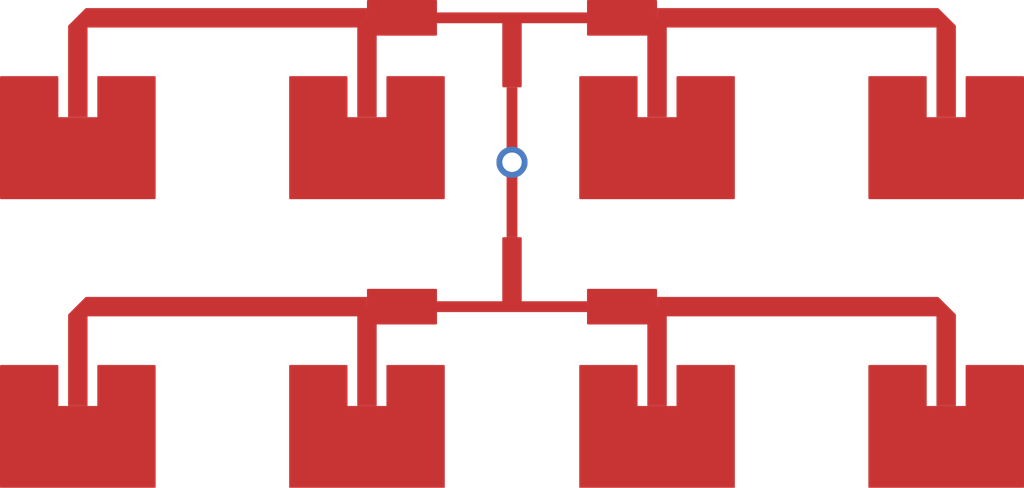
<source format=kicad_pcb>
(kicad_pcb (version 20221018) (generator pcbnew)
  (layers (0 "F.Cu" signal) (31 "B.Cu" signal) (44 "Edge.Cuts" user))
  (net 0 "")
  (net 1 "Antennas")
  (footprint "X0" (layer "F.Cu") (at 0 0)
    (fp_text reference "" (at 0 0) (layer "F.SilkS") (effects (font (size 1.27 1.27))))
    (fp_text value "" (at 0 0) (layer "F.SilkS") (effects (font (size 1.27 1.27))))
    (pad "1" thru_hole circle (at 0 0) (size 0.8 0.8) (drill 0.5) (layers "F.Cu") (net 1 "Antennas"))
  )
  (zone (net 1) (net_name "Antennas") (layer "F.Cu") (connect_pads (clearance 0.3)) (min_thickness 0.05) (fill yes (thermal_gap 0.3) (thermal_bridge_width 0.25))
    (polygon (pts (xy -13.1573 5.215) (xy -13.1573 8.38) (xy -9.1573 8.38) (xy -9.1573 5.215) (xy -10.6572 5.215) (xy -10.6572 6.27) (xy -11.6573 6.27) (xy -11.6573 5.215)))
  )
  (zone (net 1) (net_name "Antennas") (layer "F.Cu") (connect_pads (clearance 0.3)) (min_thickness 0.05) (fill yes (thermal_gap 0.3) (thermal_bridge_width 0.25))
    (polygon (pts (xy -13.1573 -2.215) (xy -13.1573 0.95) (xy -9.1573 0.95) (xy -9.1573 -2.215) (xy -10.6572 -2.215) (xy -10.6572 -1.16) (xy -11.6573 -1.16) (xy -11.6573 -2.215)))
  )
  (zone (net 1) (net_name "Antennas") (layer "F.Cu") (connect_pads (clearance 0.3)) (min_thickness 0.05) (fill yes (thermal_gap 0.3) (thermal_bridge_width 0.25))
    (polygon (pts (xy 3.7273 3.965) (xy 10.9072 3.965) (xy 10.9072 6.27) (xy 11.4073 6.27) (xy 11.4073 3.9175) (xy 10.9548 3.465) (xy 3.7273 3.465)))
  )
  (zone (net 1) (net_name "Antennas") (layer "F.Cu") (connect_pads (clearance 0.3)) (min_thickness 0.05) (fill yes (thermal_gap 0.3) (thermal_bridge_width 0.25))
    (polygon (pts (xy 0.139 0) (xy 0.139 1.9278) (xy -0.139 1.9278) (xy -0.139 0)))
  )
  (zone (net 1) (net_name "Antennas") (layer "F.Cu") (connect_pads (clearance 0.3)) (min_thickness 0.05) (fill yes (thermal_gap 0.3) (thermal_bridge_width 0.25))
    (polygon (pts (xy -3.4773 -3.715) (xy -3.4773 -1.16) (xy -3.9772 -1.16) (xy -3.9772 -3.715)))
  )
  (zone (net 1) (net_name "Antennas") (layer "F.Cu") (connect_pads (clearance 0.3)) (min_thickness 0.05) (fill yes (thermal_gap 0.3) (thermal_bridge_width 0.25))
    (polygon (pts (xy 0 3.576) (xy -1.9278 3.576) (xy -1.9278 3.854) (xy 0 3.854)))
  )
  (zone (net 1) (net_name "Antennas") (layer "F.Cu") (connect_pads (clearance 0.3)) (min_thickness 0.05) (fill yes (thermal_gap 0.3) (thermal_bridge_width 0.25))
    (polygon (pts (xy 3.7273 -3.465) (xy 10.9072 -3.465) (xy 10.9072 -1.16) (xy 11.4073 -1.16) (xy 11.4073 -3.5125) (xy 10.9548 -3.965) (xy 3.7273 -3.965)))
  )
  (zone (net 1) (net_name "Antennas") (layer "F.Cu") (connect_pads (clearance 0.3)) (min_thickness 0.05) (fill yes (thermal_gap 0.3) (thermal_bridge_width 0.25))
    (polygon (pts (xy 9.1573 5.215) (xy 9.1573 8.38) (xy 13.1573 8.38) (xy 13.1573 5.215) (xy 11.6573 5.215) (xy 11.6573 6.27) (xy 10.6572 6.27) (xy 10.6572 5.215)))
  )
  (zone (net 1) (net_name "Antennas") (layer "F.Cu") (connect_pads (clearance 0.3)) (min_thickness 0.05) (fill yes (thermal_gap 0.3) (thermal_bridge_width 0.25))
    (polygon (pts (xy 0 -3.576) (xy 1.9278 -3.576) (xy 1.9278 -3.854) (xy 0 -3.854)))
  )
  (zone (net 1) (net_name "Antennas") (layer "F.Cu") (connect_pads (clearance 0.3)) (min_thickness 0.05) (fill yes (thermal_gap 0.3) (thermal_bridge_width 0.25))
    (polygon (pts (xy -5.7272 -2.215) (xy -5.7272 0.95) (xy -1.7272 0.95) (xy -1.7272 -2.215) (xy -3.2273 -2.215) (xy -3.2273 -1.16) (xy -4.2272 -1.16) (xy -4.2272 -2.215)))
  )
  (zone (net 1) (net_name "Antennas") (layer "F.Cu") (connect_pads (clearance 0.3)) (min_thickness 0.05) (fill yes (thermal_gap 0.3) (thermal_bridge_width 0.25))
    (polygon (pts (xy 1.7272 5.215) (xy 1.7272 8.38) (xy 5.7272 8.38) (xy 5.7272 5.215) (xy 4.2272 5.215) (xy 4.2272 6.27) (xy 3.2273 6.27) (xy 3.2273 5.215)))
  )
  (zone (net 1) (net_name "Antennas") (layer "F.Cu") (connect_pads (clearance 0.3)) (min_thickness 0.05) (fill yes (thermal_gap 0.3) (thermal_bridge_width 0.25))
    (polygon (pts (xy 3.9772 -3.715) (xy 3.9772 -1.16) (xy 3.4773 -1.16) (xy 3.4773 -3.715)))
  )
  (zone (net 1) (net_name "Antennas") (layer "F.Cu") (connect_pads (clearance 0.3)) (min_thickness 0.05) (fill yes (thermal_gap 0.3) (thermal_bridge_width 0.25))
    (polygon (pts (xy 1.7272 -2.215) (xy 1.7272 0.95) (xy 5.7272 0.95) (xy 5.7272 -2.215) (xy 4.2272 -2.215) (xy 4.2272 -1.16) (xy 3.2273 -1.16) (xy 3.2273 -2.215)))
  )
  (zone (net 1) (net_name "Antennas") (layer "F.Cu") (connect_pads (clearance 0.3)) (min_thickness 0.05) (fill yes (thermal_gap 0.3) (thermal_bridge_width 0.25))
    (polygon (pts (xy -5.7272 5.215) (xy -5.7272 8.38) (xy -1.7272 8.38) (xy -1.7272 5.215) (xy -3.2273 5.215) (xy -3.2273 6.27) (xy -4.2272 6.27) (xy -4.2272 5.215)))
  )
  (zone (net 1) (net_name "Antennas") (layer "F.Cu") (connect_pads (clearance 0.3)) (min_thickness 0.05) (fill yes (thermal_gap 0.3) (thermal_bridge_width 0.25))
    (polygon (pts (xy -1.9278 -4.1735) (xy -3.7273 -4.1735) (xy -3.7273 -3.2565) (xy -1.9278 -3.2565)))
  )
  (zone (net 1) (net_name "Antennas") (layer "F.Cu") (connect_pads (clearance 0.3)) (min_thickness 0.05) (fill yes (thermal_gap 0.3) (thermal_bridge_width 0.25))
    (polygon (pts (xy 0 -3.854) (xy -1.9278 -3.854) (xy -1.9278 -3.576) (xy 0 -3.576)))
  )
  (zone (net 1) (net_name "Antennas") (layer "F.Cu") (connect_pads (clearance 0.3)) (min_thickness 0.05) (fill yes (thermal_gap 0.3) (thermal_bridge_width 0.25))
    (polygon (pts (xy -3.7273 -3.965) (xy -10.9548 -3.965) (xy -11.4073 -3.5125) (xy -11.4073 -1.16) (xy -10.9072 -1.16) (xy -10.9072 -3.465) (xy -3.7273 -3.465)))
  )
  (zone (net 1) (net_name "Antennas") (layer "F.Cu") (connect_pads (clearance 0.3)) (min_thickness 0.05) (fill yes (thermal_gap 0.3) (thermal_bridge_width 0.25))
    (polygon (pts (xy 3.9772 3.715) (xy 3.9772 6.27) (xy 3.4773 6.27) (xy 3.4773 3.715)))
  )
  (zone (net 1) (net_name "Antennas") (layer "F.Cu") (connect_pads (clearance 0.3)) (min_thickness 0.05) (fill yes (thermal_gap 0.3) (thermal_bridge_width 0.25))
    (polygon (pts (xy -0.139 0) (xy -0.139 -1.9278) (xy 0.139 -1.9278) (xy 0.139 0)))
  )
  (zone (net 1) (net_name "Antennas") (layer "F.Cu") (connect_pads (clearance 0.3)) (min_thickness 0.05) (fill yes (thermal_gap 0.3) (thermal_bridge_width 0.25))
    (polygon (pts (xy -3.4773 3.715) (xy -3.4773 6.27) (xy -3.9772 6.27) (xy -3.9772 3.715)))
  )
  (zone (net 1) (net_name "Antennas") (layer "F.Cu") (connect_pads (clearance 0.3)) (min_thickness 0.05) (fill yes (thermal_gap 0.3) (thermal_bridge_width 0.25))
    (polygon (pts (xy 1.9278 -3.2565) (xy 3.7273 -3.2565) (xy 3.7273 -4.1735) (xy 1.9278 -4.1735)))
  )
  (zone (net 1) (net_name "Antennas") (layer "F.Cu") (connect_pads (clearance 0.3)) (min_thickness 0.05) (fill yes (thermal_gap 0.3) (thermal_bridge_width 0.25))
    (polygon (pts (xy 1.9278 4.1735) (xy 3.7273 4.1735) (xy 3.7273 3.2565) (xy 1.9278 3.2565)))
  )
  (zone (net 1) (net_name "Antennas") (layer "F.Cu") (connect_pads (clearance 0.3)) (min_thickness 0.05) (fill yes (thermal_gap 0.3) (thermal_bridge_width 0.25))
    (polygon (pts (xy -3.7273 3.465) (xy -10.9548 3.465) (xy -11.4073 3.9175) (xy -11.4073 6.27) (xy -10.9072 6.27) (xy -10.9072 3.965) (xy -3.7273 3.965)))
  )
  (zone (net 1) (net_name "Antennas") (layer "F.Cu") (connect_pads (clearance 0.3)) (min_thickness 0.05) (fill yes (thermal_gap 0.3) (thermal_bridge_width 0.25))
    (polygon (pts (xy 9.1573 -2.215) (xy 9.1573 0.95) (xy 13.1573 0.95) (xy 13.1573 -2.215) (xy 11.6573 -2.215) (xy 11.6573 -1.16) (xy 10.6572 -1.16) (xy 10.6572 -2.215)))
  )
  (zone (net 1) (net_name "Antennas") (layer "F.Cu") (connect_pads (clearance 0.3)) (min_thickness 0.05) (fill yes (thermal_gap 0.3) (thermal_bridge_width 0.25))
    (polygon (pts (xy -1.9278 3.2565) (xy -3.7273 3.2565) (xy -3.7273 4.1735) (xy -1.9278 4.1735)))
  )
  (zone (net 1) (net_name "Antennas") (layer "F.Cu") (connect_pads (clearance 0.3)) (min_thickness 0.05) (fill yes (thermal_gap 0.3) (thermal_bridge_width 0.25))
    (polygon (pts (xy -0.25 -1.9278) (xy -0.25 -3.715) (xy 0.25 -3.715) (xy 0.25 -1.9278)))
  )
  (zone (net 1) (net_name "Antennas") (layer "F.Cu") (connect_pads (clearance 0.3)) (min_thickness 0.05) (fill yes (thermal_gap 0.3) (thermal_bridge_width 0.25))
    (polygon (pts (xy 0 3.854) (xy 1.9278 3.854) (xy 1.9278 3.576) (xy 0 3.576)))
  )
  (zone (net 1) (net_name "Antennas") (layer "F.Cu") (connect_pads (clearance 0.3)) (min_thickness 0.05) (fill yes (thermal_gap 0.3) (thermal_bridge_width 0.25))
    (polygon (pts (xy 0.25 1.9278) (xy 0.25 3.715) (xy -0.25 3.715) (xy -0.25 1.9278)))
  )
)
</source>
